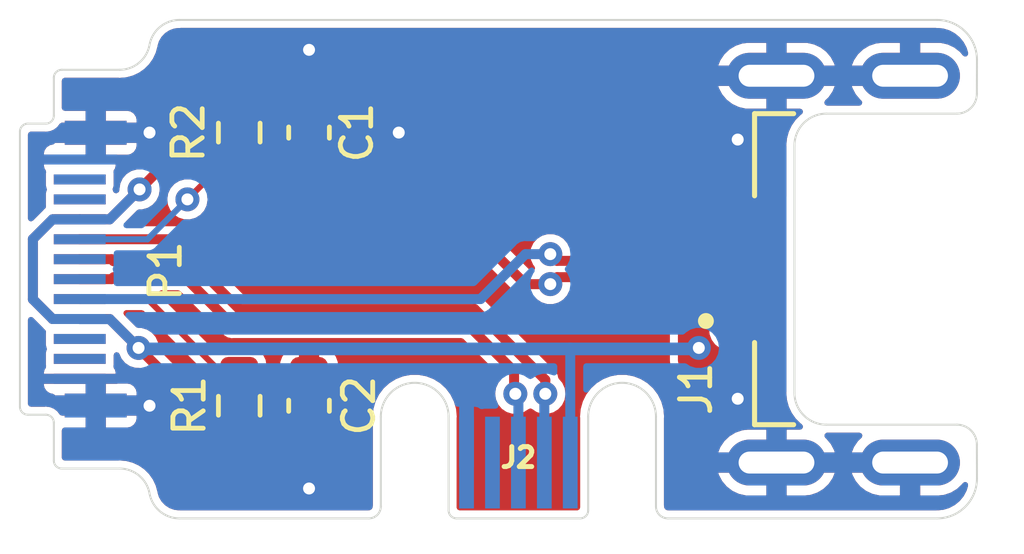
<source format=kicad_pcb>
(kicad_pcb (version 20211014) (generator pcbnew)
  (title_block (rev "1"))
  (layers (0 "F.Cu" signal "Front") (31 "B.Cu" signal "Back") (34 "B.Paste" user) (35 "F.Paste" user) (36 "B.SilkS" user "B.Silkscreen") (37 "F.SilkS" user "F.Silkscreen") (38 "B.Mask" user) (39 "F.Mask" user) (44 "Edge.Cuts" user))
  (net 0 "")
  (net 1 "GND")
  (net 2 "VBUS")
  (net 3 "/USB_CC1")
  (net 4 "/OTG_D-")
  (net 5 "/OTG_D+")
  (net 6 "/DBG_D-")
  (net 7 "/USB_CC2")
  (net 8 "/DBG_D+")
  (footprint "11-My-Edits:Micro-USB_Xunpu-MU-109-ARY-C720609_AndVariants" (layer "F.Cu") (at 158.9725 96.25 90)
    (fp_text reference "J1" (at -3 -2.02 90) (layer "F.SilkS") (effects (font (size 0.762 0.762) (thickness 0.12))))
    (fp_text value "UFP")
    (fp_line (start 3.9 -0.55) (end 3.9 0.43) (layer "F.SilkS") (width 0.127))
    (fp_line (start 1.84 -0.55) (end 3.9 -0.55) (layer "F.SilkS") (width 0.127))
    (fp_line (start -3.9 -0.55) (end -1.84 -0.55) (layer "F.SilkS") (width 0.127))
    (fp_line (start -3.9 -0.55) (end -3.9 0.43) (layer "F.SilkS") (width 0.127))
    (fp_circle (center -1.3 -1.77) (end -1.2 -1.77) (layer "F.SilkS") (width 0.2) (fill none))
    (fp_line (start -3.9 4.525) (end -3.9 1.25) (layer "Edge.Cuts") (width 0.05))
    (fp_line (start 3.9 1.25) (end 3.9 4.525) (layer "Edge.Cuts") (width 0.05))
    (fp_line (start -3.1 0.45) (end 3.1 0.45) (layer "Edge.Cuts") (width 0.05))
    (fp_arc (start -3.9 1.25) (mid -3.665685 0.684315) (end -3.1 0.45) (layer "Edge.Cuts") (width 0.05))
    (fp_arc (start -3.9 4.525) (mid -4.046447 4.878553) (end -4.4 5.025) (layer "Edge.Cuts") (width 0.05))
    (fp_arc (start 3.1 0.45) (mid 3.665685 0.684315) (end 3.9 1.25) (layer "Edge.Cuts") (width 0.05))
    (fp_arc (start 4.4 5.025) (mid 4.046447 4.878553) (end 3.9 4.525) (layer "Edge.Cuts") (width 0.05))
    (pad "1" smd rect (at -1.3 -0.55 90) (size 0.45 1.25) (layers "F.Cu" "F.Paste" "F.Mask") (net 2 "VBUS"))
    (pad "2" smd rect (at -0.65 -0.55 90) (size 0.45 1.25) (layers "F.Cu" "F.Paste" "F.Mask") (net 6 "/DBG_D-"))
    (pad "3" smd rect (at 0 -0.55 90) (size 0.45 1.25) (layers "F.Cu" "F.Paste" "F.Mask") (net 8 "/DBG_D+"))
    (pad "4" smd rect (at 0.65 -0.55 90) (size 0.45 1.25) (layers "F.Cu" "F.Paste" "F.Mask"))
    (pad "5" smd rect (at 1.3 -0.55 90) (size 0.45 1.25) (layers "F.Cu" "F.Paste" "F.Mask") (net 1 "GND"))
    (pad "6" thru_hole oval (at 4.85 0 90) (size 1.15 2.5) (drill oval 0.55 1.9) (layers *.Cu *.Mask) (net 1 "GND"))
    (pad "6" thru_hole oval (at 4.85 3.35 90) (size 1.15 2.5) (drill oval 0.55 1.9) (layers *.Cu *.Mask) (net 1 "GND"))
    (pad "6" thru_hole oval (at -4.85 0 90) (size 1.15 2.5) (drill oval 0.55 1.9) (layers *.Cu *.Mask) (net 1 "GND"))
    (pad "6" thru_hole oval (at -4.85 3.35 90) (size 1.15 2.5) (drill oval 0.55 1.9) (layers *.Cu *.Mask) (net 1 "GND"))
  )
  (footprint "Capacitor_SMD:C_0603_1608Metric" (layer "F.Cu") (at 147.25 92.825 -90)
    (fp_text reference "C1" (at 0 -1.2 -270 unlocked) (layer "F.SilkS") (effects (font (size 0.762 0.762) (thickness 0.12))))
    (fp_text value "10u")
    (fp_line (start -0.14058 -0.51) (end 0.14058 -0.51) (layer "F.SilkS") (width 0.12))
    (fp_line (start -0.14058 0.51) (end 0.14058 0.51) (layer "F.SilkS") (width 0.12))
    (pad "1" smd roundrect (at -0.775 0 270) (size 0.9 0.95) (layers "F.Cu" "F.Paste" "F.Mask") (net 2 "VBUS"))
    (pad "2" smd roundrect (at 0.775 0 270) (size 0.9 0.95) (layers "F.Cu" "F.Paste" "F.Mask") (net 1 "GND"))
  )
  (footprint "Resistor_SMD:R_0603_1608Metric" (layer "F.Cu") (at 145.5 92.825 -90)
    (fp_text reference "R2" (at 0 1.275 90 unlocked) (layer "F.SilkS") (effects (font (size 0.762 0.762) (thickness 0.12))))
    (fp_text value "56k")
    (fp_line (start -0.237258 -0.5225) (end 0.237258 -0.5225) (layer "F.SilkS") (width 0.12))
    (fp_line (start -0.237258 0.5225) (end 0.237258 0.5225) (layer "F.SilkS") (width 0.12))
    (pad "1" smd roundrect (at -0.825 0 270) (size 0.8 0.95) (layers "F.Cu" "F.Paste" "F.Mask") (net 2 "VBUS"))
    (pad "2" smd roundrect (at 0.825 0 270) (size 0.8 0.95) (layers "F.Cu" "F.Paste" "F.Mask") (net 7 "/USB_CC2"))
  )
  (footprint "Resistor_SMD:R_0603_1608Metric" (layer "F.Cu") (at 145.5 99.675 90)
    (fp_text reference "R1" (at 0 -1.25 90 unlocked) (layer "F.SilkS") (effects (font (size 0.762 0.762) (thickness 0.12))))
    (fp_text value "22k")
    (fp_line (start -0.237258 0.5225) (end 0.237258 0.5225) (layer "F.SilkS") (width 0.12))
    (fp_line (start -0.237258 -0.5225) (end 0.237258 -0.5225) (layer "F.SilkS") (width 0.12))
    (pad "1" smd roundrect (at -0.825 0 90) (size 0.8 0.95) (layers "F.Cu" "F.Paste" "F.Mask") (net 2 "VBUS"))
    (pad "2" smd roundrect (at 0.825 0 90) (size 0.8 0.95) (layers "F.Cu" "F.Paste" "F.Mask") (net 3 "/USB_CC1"))
  )
  (footprint "10-My-Footprints:USB_C_Plug_Xunpu_TYPEC-950-ARP24" (layer "F.Cu") (at 142.2 96.25 -90)
    (fp_text reference "P1" (at 0.05 -1.45 90 unlocked) (layer "F.SilkS") (effects (font (size 0.762 0.762) (thickness 0.12))))
    (fp_text value "USB-C")
    (fp_line (start 5 1.15) (end 5 -0.3) (layer "Edge.Cuts") (width 0.05))
    (fp_line (start -5 -0.3) (end -5 1.15) (layer "Edge.Cuts") (width 0.05))
    (fp_line (start 3.65 2) (end 3.65 1.55) (layer "Edge.Cuts") (width 0.05))
    (fp_line (start 3.85 1.35) (end 4.8 1.35) (layer "Edge.Cuts") (width 0.05))
    (fp_line (start -3.65 2) (end -3.65 1.55) (layer "Edge.Cuts") (width 0.05))
    (fp_line (start -3.45 2.2) (end 3.45 2.2) (layer "Edge.Cuts") (width 0.05))
    (fp_line (start -4.8 1.35) (end -3.85 1.35) (layer "Edge.Cuts") (width 0.05))
    (fp_arc (start -4.8 1.35) (mid -4.941421 1.291421) (end -5 1.15) (layer "Edge.Cuts") (width 0.05))
    (fp_arc (start 3.65 2) (mid 3.591421 2.141421) (end 3.45 2.2) (layer "Edge.Cuts") (width 0.05))
    (fp_arc (start -3.45 2.2) (mid -3.591421 2.141421) (end -3.65 2) (layer "Edge.Cuts") (width 0.05))
    (fp_arc (start 3.65 1.55) (mid 3.708579 1.408579) (end 3.85 1.35) (layer "Edge.Cuts") (width 0.05))
    (fp_arc (start -3.85 1.35) (mid -3.708579 1.408579) (end -3.65 1.55) (layer "Edge.Cuts") (width 0.05))
    (fp_arc (start 5 1.15) (mid 4.941421 1.291421) (end 4.8 1.35) (layer "Edge.Cuts") (width 0.05))
    (pad "A1" smd rect (at 2.75 0.7 270) (size 0.25 1.3) (layers "F.Cu" "F.Paste" "F.Mask") (net 1 "GND"))
    (pad "A2" smd rect (at 2.25 0.7 270) (size 0.25 1.3) (layers "F.Cu" "F.Paste" "F.Mask"))
    (pad "A3" smd rect (at 1.75 0.7 270) (size 0.25 1.3) (layers "F.Cu" "F.Paste" "F.Mask"))
    (pad "A4" smd rect (at 1.25 0.7 270) (size 0.25 1.3) (layers "F.Cu" "F.Paste" "F.Mask") (net 2 "VBUS"))
    (pad "A5" smd rect (at 0.75 0.7 270) (size 0.25 1.3) (layers "F.Cu" "F.Paste" "F.Mask") (net 3 "/USB_CC1"))
    (pad "A6" smd rect (at 0.25 0.7 270) (size 0.25 1.3) (layers "F.Cu" "F.Paste" "F.Mask") (net 5 "/OTG_D+"))
    (pad "A7" smd rect (at -0.25 0.7 270) (size 0.25 1.3) (layers "F.Cu" "F.Paste" "F.Mask") (net 4 "/OTG_D-"))
    (pad "A8" smd rect (at -0.75 0.7 270) (size 0.25 1.3) (layers "F.Cu" "F.Paste" "F.Mask") (net 6 "/DBG_D-"))
    (pad "A9" smd rect (at -1.25 0.7 270) (size 0.25 1.3) (layers "F.Cu" "F.Paste" "F.Mask") (net 2 "VBUS"))
    (pad "A10" smd rect (at -1.75 0.7 270) (size 0.25 1.3) (layers "F.Cu" "F.Paste" "F.Mask"))
    (pad "A11" smd rect (at -2.25 0.7 270) (size 0.25 1.3) (layers "F.Cu" "F.Paste" "F.Mask"))
    (pad "A12" smd rect (at -2.75 0.7 270) (size 0.25 1.3) (layers "F.Cu" "F.Paste" "F.Mask") (net 1 "GND"))
    (pad "B1" smd rect (at -2.75 0.7 270) (size 0.25 1.3) (layers "B.Cu" "B.Paste" "B.Mask") (net 1 "GND"))
    (pad "B2" smd rect (at -2.25 0.7 270) (size 0.25 1.3) (layers "B.Cu" "B.Paste" "B.Mask"))
    (pad "B3" smd rect (at -1.75 0.7 270) (size 0.25 1.3) (layers "B.Cu" "B.Paste" "B.Mask"))
    (pad "B4" smd rect (at -1.25 0.7 270) (size 0.25 1.3) (layers "B.Cu" "B.Paste" "B.Mask") (net 2 "VBUS"))
    (pad "B5" smd rect (at -0.75 0.7 270) (size 0.25 1.3) (layers "B.Cu" "B.Paste" "B.Mask") (net 7 "/USB_CC2"))
    (pad "B6" smd rect (at -0.25 0.7 270) (size 0.25 1.3) (layers "B.Cu" "B.Paste" "B.Mask"))
    (pad "B7" smd rect (at 0.25 0.7 270) (size 0.25 1.3) (layers "B.Cu" "B.Paste" "B.Mask"))
    (pad "B8" smd rect (at 0.75 0.7 270) (size 0.25 1.3) (layers "B.Cu" "B.Paste" "B.Mask") (net 8 "/DBG_D+"))
    (pad "B9" smd rect (at 1.25 0.7 270) (size 0.25 1.3) (layers "B.Cu" "B.Paste" "B.Mask") (net 2 "VBUS"))
    (pad "B10" smd rect (at 1.75 0.7 270) (size 0.25 1.3) (layers "B.Cu" "B.Paste" "B.Mask"))
    (pad "B11" smd rect (at 2.25 0.7 270) (size 0.25 1.3) (layers "B.Cu" "B.Paste" "B.Mask"))
    (pad "B12" smd rect (at 2.75 0.7 270) (size 0.25 1.3) (layers "B.Cu" "B.Paste" "B.Mask") (net 1 "GND"))
    (pad "S1" smd rect (at -3.42 0.3 270) (size 0.6 1.55) (layers "B.Cu" "B.Paste" "B.Mask") (net 1 "GND"))
    (pad "S1" smd rect (at -3.42 0.3 270) (size 0.6 1.55) (layers "F.Cu" "F.Paste" "F.Mask") (net 1 "GND"))
    (pad "S1" smd rect (at 3.42 0.3 270) (size 0.6 1.55) (layers "B.Cu" "B.Paste" "B.Mask") (net 1 "GND"))
    (pad "S1" smd rect (at 3.42 0.3 270) (size 0.6 1.55) (layers "F.Cu" "F.Paste" "F.Mask") (net 1 "GND"))
  )
  (footprint "Capacitor_SMD:C_0603_1608Metric" (layer "F.Cu") (at 147.25 99.675 -90)
    (fp_text reference "C2" (at 0 -1.25 90 unlocked) (layer "F.SilkS") (effects (font (size 0.762 0.762) (thickness 0.12))))
    (fp_text value "10u")
    (fp_line (start -0.14058 -0.51) (end 0.14058 -0.51) (layer "F.SilkS") (width 0.12))
    (fp_line (start -0.14058 0.51) (end 0.14058 0.51) (layer "F.SilkS") (width 0.12))
    (pad "1" smd roundrect (at -0.775 0 270) (size 0.9 0.95) (layers "F.Cu" "F.Paste" "F.Mask") (net 1 "GND"))
    (pad "2" smd roundrect (at 0.775 0 270) (size 0.9 0.95) (layers "F.Cu" "F.Paste" "F.Mask") (net 2 "VBUS"))
  )
  (footprint "10-My-Footprints:USB-Micro-B_EmbeddedPCB_Type3" (layer "B.Cu") (at 152.5 102.5)
    (fp_text reference "J2" (at 0 -1.525) (layer "F.SilkS") (effects (font (size 0.5 0.5) (thickness 0.125))))
    (fp_text value "OTG")
    (fp_line (start -0.6 -2.35) (end -0.7 -2.35) (layer "B.Cu") (width 0.254))
    (fp_line (start -1.55 0) (end 1.55 0) (layer "Edge.Cuts") (width 0.05))
    (fp_line (start -1.75 -0.2) (end -1.75 -2.55) (layer "Edge.Cuts") (width 0.05))
    (fp_line (start 1.75 -0.2) (end 1.75 -2.55) (layer "Edge.Cuts") (width 0.05))
    (fp_arc (start 1.75 -2.55) (mid 2.6 -3.4) (end 3.45 -2.55) (layer "Edge.Cuts") (width 0.05))
    (fp_arc (start -1.55 0) (mid -1.691421 -0.058579) (end -1.75 -0.2) (layer "Edge.Cuts") (width 0.05))
    (fp_arc (start -3.45 -2.55) (mid -2.6 -3.4) (end -1.75 -2.55) (layer "Edge.Cuts") (width 0.05))
    (fp_arc (start 1.75 -0.2) (mid 1.691421 -0.058579) (end 1.55 0) (layer "Edge.Cuts") (width 0.05))
    (pad "1" smd rect (at 1.3 -1.4 270) (size 2.3 0.37) (layers "B.Cu" "B.Paste" "B.Mask") (net 2 "VBUS"))
    (pad "2" smd rect (at 0.65 -1.4 270) (size 2.3 0.37) (layers "B.Cu" "B.Paste" "B.Mask") (net 4 "/OTG_D-"))
    (pad "3" smd rect (at 0 -1.4 270) (size 2.3 0.37) (layers "B.Cu" "B.Paste" "B.Mask") (net 5 "/OTG_D+"))
    (pad "4" smd rect (at -0.65 -1.4 270) (size 2.3 0.37) (layers "B.Cu" "B.Paste" "B.Mask"))
    (pad "5" smd rect (at -1.3 -1.4 270) (size 2.3 0.37) (layers "B.Cu" "B.Paste" "B.Mask") (net 1 "GND"))
  )
  (gr_arc (start 149.05 102.2) (mid 148.962132 102.412132) (end 148.75 102.5) (layer "Edge.Cuts") (width 0.05))
  (gr_arc (start 144 102.5) (mid 143.511859 102.323269) (end 143.25 101.875) (layer "Edge.Cuts") (width 0.05))
  (gr_line (start 144 90) (end 163 90) (layer "Edge.Cuts") (width 0.05))
  (gr_line (start 164 91) (end 163.9975 91.85) (layer "Edge.Cuts") (width 0.05))
  (gr_line (start 163.9975 100.65) (end 164 101.5) (layer "Edge.Cuts") (width 0.05))
  (gr_arc (start 156.25 102.5) (mid 156.037868 102.412132) (end 155.95 102.2) (layer "Edge.Cuts") (width 0.05))
  (gr_line (start 155.95 99.95) (end 155.95 102.2) (layer "Edge.Cuts") (width 0.05))
  (gr_line (start 144 102.5) (end 148.75 102.5) (layer "Edge.Cuts") (width 0.05))
  (gr_arc (start 143.25 90.625) (mid 142.988141 91.073269) (end 142.5 91.25) (layer "Edge.Cuts") (width 0.05))
  (gr_line (start 149.05 99.95) (end 149.05 102.2) (layer "Edge.Cuts") (width 0.05))
  (gr_arc (start 143.25 90.625) (mid 143.511859 90.176731) (end 144 90) (layer "Edge.Cuts") (width 0.05))
  (gr_arc (start 142.5 101.25) (mid 142.988141 101.426731) (end 143.25 101.875) (layer "Edge.Cuts") (width 0.05))
  (gr_arc (start 163 90) (mid 163.707107 90.292893) (end 164 91) (layer "Edge.Cuts") (width 0.05))
  (gr_line (start 156.25 102.5) (end 163 102.5) (layer "Edge.Cuts") (width 0.05))
  (gr_arc (start 164 101.5) (mid 163.707107 102.207107) (end 163 102.5) (layer "Edge.Cuts") (width 0.05))
  (via (at 147.25 101.75) (size 0.6) (drill 0.3) (layers "F.Cu" "B.Cu") (net 1))
  (via (at 158 93) (size 0.6) (drill 0.3) (layers "F.Cu" "B.Cu") (net 1))
  (via (at 147.25 90.75) (size 0.6) (drill 0.3) (layers "F.Cu" "B.Cu") (net 1))
  (via (at 143.25 99.675) (size 0.6) (drill 0.3) (layers "F.Cu" "B.Cu") (net 1))
  (via (at 149.5 92.825) (size 0.6) (drill 0.3) (layers "F.Cu" "B.Cu") (net 1))
  (via (at 143.25 92.825) (size 0.6) (drill 0.3) (layers "F.Cu" "B.Cu") (net 1))
  (via (at 158 99.5) (size 0.6) (drill 0.3) (layers "F.Cu" "B.Cu") (net 1))
  (segment (start 142.25 95) (end 141.5 95) (width 0.25) (layer "F.Cu") (net 2))
  (segment (start 140.819578 95) (end 140.325 95.494578) (width 0.25) (layer "F.Cu") (net 2))
  (segment (start 143 94.25) (end 145.25 92) (width 0.25) (layer "F.Cu") (net 2))
  (segment (start 142.25 97.5) (end 141.5 97.5) (width 0.25) (layer "F.Cu") (net 2))
  (segment (start 142.975 98.225) (end 142.25 97.5) (width 0.25) (layer "F.Cu") (net 2))
  (segment (start 145.25 92) (end 145.5 92) (width 0.2) (layer "F.Cu") (net 2))
  (segment (start 141.5 95) (end 140.819578 95) (width 0.25) (layer "F.Cu") (net 2))
  (segment (start 143 94.25) (end 142.25 95) (width 0.25) (layer "F.Cu") (net 2))
  (segment (start 140.325 95.494578) (end 140.325 97.005422) (width 0.25) (layer "F.Cu") (net 2))
  (segment (start 140.325 97.005422) (end 140.819578 97.5) (width 0.25) (layer "F.Cu") (net 2))
  (segment (start 145.55 100.45) (end 145.5 100.5) (width 0.25) (layer "F.Cu") (net 2))
  (segment (start 147.25 92.05) (end 145.55 92.05) (width 0.25) (layer "F.Cu") (net 2))
  (segment (start 145.55 92.05) (end 145.5 92) (width 0.25) (layer "F.Cu") (net 2))
  (segment (start 140.819578 97.5) (end 141.5 97.5) (width 0.25) (layer "F.Cu") (net 2))
  (segment (start 142.975 98.225) (end 145.25 100.5) (width 0.25) (layer "F.Cu") (net 2))
  (segment (start 145.25 100.5) (end 145.5 100.5) (width 0.2) (layer "F.Cu") (net 2))
  (segment (start 147.25 100.45) (end 145.55 100.45) (width 0.25) (layer "F.Cu") (net 2))
  (via (at 157.025 98.225) (size 0.6) (drill 0.3) (layers "F.Cu" "B.Cu") (net 2))
  (via (at 143 94.25) (size 0.6) (drill 0.3) (layers "F.Cu" "B.Cu") (net 2))
  (via (at 142.975 98.225) (size 0.6) (drill 0.3) (layers "F.Cu" "B.Cu") (net 2))
  (segment (start 142.975 98.225) (end 143 98.25) (width 0.25) (layer "B.Cu") (net 2))
  (segment (start 140.819578 97.5) (end 141.5 97.5) (width 0.25) (layer "B.Cu") (net 2))
  (segment (start 157 98.25) (end 157.025 98.225) (width 0.25) (layer "B.Cu") (net 2))
  (segment (start 142.25 95) (end 141.5 95) (width 0.25) (layer "B.Cu") (net 2))
  (segment (start 142.975 98.225) (end 142.253511 97.503511) (width 0.25) (layer "B.Cu") (net 2))
  (segment (start 140.325 97.005422) (end 140.819578 97.5) (width 0.25) (layer "B.Cu") (net 2))
  (segment (start 143 94.25) (end 142.25 95) (width 0.25) (layer "B.Cu") (net 2))
  (segment (start 140.819578 95) (end 140.325 95.494578) (width 0.25) (layer "B.Cu") (net 2))
  (segment (start 140.325 95.494578) (end 140.325 97.005422) (width 0.25) (layer "B.Cu") (net 2))
  (segment (start 142.253511 97.503511) (end 141.503511 97.503511) (width 0.25) (layer "B.Cu") (net 2))
  (segment (start 153.8 98.25) (end 157 98.25) (width 0.3175) (layer "B.Cu") (net 2))
  (segment (start 153.8 101.1) (end 153.8 98.25) (width 0.25) (layer "B.Cu") (net 2))
  (segment (start 141.5 95) (end 140.819578 95) (width 0.25) (layer "B.Cu") (net 2))
  (segment (start 143 98.25) (end 153.8 98.25) (width 0.3175) (layer "B.Cu") (net 2))
  (segment (start 145.125 98.925) (end 143.2 97) (width 0.1524) (layer "F.Cu") (net 3))
  (segment (start 143.2 97) (end 141.5 97) (width 0.1524) (layer "F.Cu") (net 3))
  (segment (start 153.175 99.025) (end 151.4 97.25) (width 0.25) (layer "F.Cu") (net 4))
  (segment (start 144.3 96.05) (end 142.35 96.05) (width 0.25) (layer "F.Cu") (net 4))
  (segment (start 142.35 96.05) (end 142.3 96) (width 0.25) (layer "F.Cu") (net 4))
  (segment (start 145.5 97.25) (end 144.3 96.05) (width 0.25) (layer "F.Cu") (net 4))
  (segment (start 153.175 99.375) (end 153.175 99.025) (width 0.25) (layer "F.Cu") (net 4))
  (segment (start 142.3 96) (end 141.5 96) (width 0.25) (layer "F.Cu") (net 4))
  (segment (start 151.4 97.25) (end 145.5 97.25) (width 0.25) (layer "F.Cu") (net 4))
  (via (at 153.175 99.375) (size 0.6) (drill 0.3) (layers "F.Cu" "B.Cu") (net 4))
  (segment (start 153.15 99.4) (end 153.175 99.375) (width 0.25) (layer "B.Cu") (net 4))
  (segment (start 153.15 101.1) (end 153.15 99.4) (width 0.25) (layer "B.Cu") (net 4))
  (segment (start 141.5 96.5) (end 142.30192 96.5) (width 0.25) (layer "F.Cu") (net 5))
  (segment (start 152.39207 98.81047) (end 151.23352 97.65192) (width 0.25) (layer "F.Cu") (net 5))
  (segment (start 144.13352 96.45192) (end 142.35 96.45192) (width 0.25) (layer "F.Cu") (net 5))
  (segment (start 151.23352 97.65192) (end 145.333519 97.651919) (width 0.25) (layer "F.Cu") (net 5))
  (segment (start 142.30192 96.5) (end 142.35 96.45192) (width 0.25) (layer "F.Cu") (net 5))
  (segment (start 152.39207 99.25793) (end 152.39207 98.81047) (width 0.25) (layer "F.Cu") (net 5))
  (segment (start 145.333519 97.651919) (end 144.13352 96.45192) (width 0.25) (layer "F.Cu") (net 5))
  (via (at 152.423097 99.375) (size 0.6) (drill 0.3) (layers "F.Cu" "B.Cu") (net 5))
  (segment (start 152.5 99.451903) (end 152.423097 99.375) (width 0.25) (layer "B.Cu") (net 5))
  (segment (start 152.5 101.1) (end 152.5 99.451903) (width 0.25) (layer "B.Cu") (net 5))
  (segment (start 153.3 96.625) (end 153.475 96.45) (width 0.25) (layer "F.Cu") (net 6))
  (segment (start 157.484999 96.9) (end 158.4225 96.9) (width 0.25) (layer "F.Cu") (net 6))
  (segment (start 152.6762 96.6262) (end 151.55 95.5) (width 0.25) (layer "F.Cu") (net 6))
  (segment (start 155.33332 96.7762) (end 157.361199 96.7762) (width 0.25) (layer "F.Cu") (net 6))
  (segment (start 151.55 95.5) (end 141.5 95.5) (width 0.25) (layer "F.Cu") (net 6))
  (segment (start 155.00712 96.45) (end 153.475 96.45) (width 0.25) (layer "F.Cu") (net 6))
  (segment (start 157.361199 96.7762) (end 157.484999 96.9) (width 0.25) (layer "F.Cu") (net 6))
  (segment (start 155.00712 96.45) (end 155.33332 96.7762) (width 0.25) (layer "F.Cu") (net 6))
  (segment (start 153.3 96.6262) (end 152.6762 96.6262) (width 0.25) (layer "F.Cu") (net 6))
  (via (at 153.3 96.625) (size 0.6) (drill 0.3) (layers "F.Cu" "B.Cu") (net 6))
  (segment (start 145.05 93.65) (end 144.2 94.5) (width 0.1524) (layer "F.Cu") (net 7))
  (segment (start 145.5 93.65) (end 145.05 93.65) (width 0.1524) (layer "F.Cu") (net 7))
  (via (at 144.2 94.5) (size 0.6) (drill 0.3) (layers "F.Cu" "B.Cu") (net 7))
  (segment (start 141.5 95.5) (end 143.2 95.5) (width 0.1524) (layer "B.Cu") (net 7))
  (segment (start 143.2 95.5) (end 144.2 94.5) (width 0.1524) (layer "B.Cu") (net 7))
  (segment (start 153.3 95.873097) (end 153.468784 96.041881) (width 0.25) (layer "F.Cu") (net 8))
  (segment (start 155.168081 96.041881) (end 155.5 96.3738) (width 0.25) (layer "F.Cu") (net 8))
  (segment (start 155.168081 96.041881) (end 153.468784 96.041881) (width 0.25) (layer "F.Cu") (net 8))
  (segment (start 157.484999 96.25) (end 158.4225 96.25) (width 0.25) (layer "F.Cu") (net 8))
  (segment (start 155.5 96.3738) (end 157.361199 96.3738) (width 0.25) (layer "F.Cu") (net 8))
  (segment (start 157.361199 96.3738) (end 157.484999 96.25) (width 0.25) (layer "F.Cu") (net 8))
  (via (at 153.3 95.873097) (size 0.6) (drill 0.3) (layers "F.Cu" "B.Cu") (net 8))
  (segment (start 152.6762 95.8738) (end 153.3 95.8738) (width 0.25) (layer "B.Cu") (net 8))
  (segment (start 141.5 97) (end 151.55 97) (width 0.25) (layer "B.Cu") (net 8))
  (segment (start 151.55 97) (end 152.6762 95.8738) (width 0.25) (layer "B.Cu") (net 8))
  (segment (start 141.545289 96.954711) (end 141.5 97) (width 0.1524) (layer "B.Cu") (net 8))
  (zone (net 1) (net_name "GND") (layers F&B.Cu) (connect_pads (clearance 0.2)) (min_thickness 0.1524) (fill yes (thermal_gap 0.25) (thermal_bridge_width 0.508))
    (polygon (pts (xy 164.5 103) (xy 139.5 103) (xy 139.5 89.5) (xy 164.5 89.5)))
  )
  (zone (net 2) (net_name "VBUS") (layer "F.Cu") (name "VBUS_IN") (priority 2) (connect_pads (clearance 0.1524)) (min_thickness 0.254) (fill yes (thermal_gap 0.508) (thermal_bridge_width 0.508) (smoothing fillet) (radius 0.2))
    (polygon (pts (xy 158.65 98.75) (xy 156.5 98.75) (xy 156.5 97.425) (xy 158.65 97.425)))
  )
)
</source>
